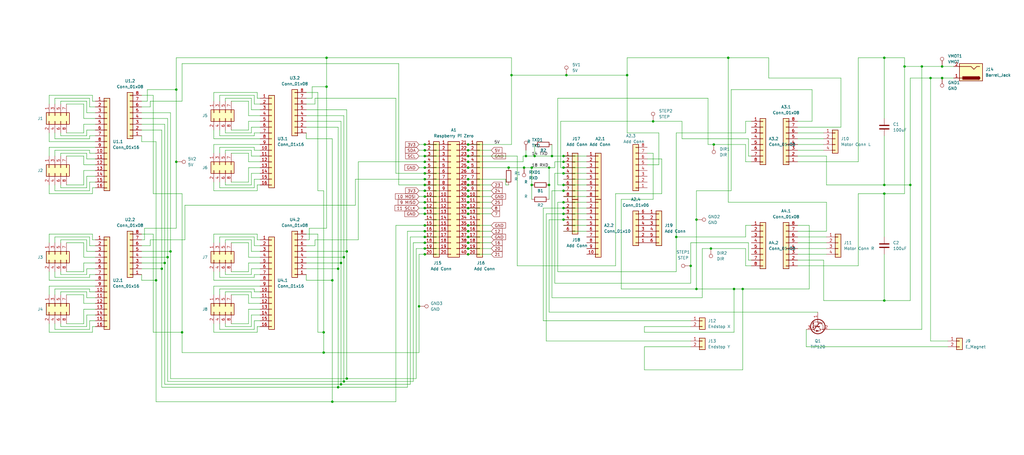
<source format=kicad_sch>
(kicad_sch (version 20211123) (generator eeschema)
  (paper "User" 450.012 200)
  (title_block (title "Automatic Chess PCB") (date "2025-04-09") (rev "1.0") (company "Gymnasium Dresden-Plauen") (comment 1 "Author: Felix Wittwer"))
  (junction (at 306.07 96.52))
  (junction (at 186.69 88.9))
  (junction (at 241.3 81.28))
  (junction (at 287.02 53.34))
  (junction (at 142.24 154.94))
  (junction (at 186.69 78.74))
  (junction (at 405.13 29.21))
  (junction (at 230.3082 73.66))
  (junction (at 186.69 91.44))
  (junction (at 247.65 88.9))
  (junction (at 205.74 81.28))
  (junction (at 205.74 106.68))
  (junction (at 205.74 109.22))
  (junction (at 247.65 93.98))
  (junction (at 151.13 113.03))
  (junction (at 205.74 78.74))
  (junction (at 205.74 73.66))
  (junction (at 242.57 68.58))
  (junction (at 80.01 146.05))
  (junction (at 388.62 81.28))
  (junction (at 388.62 85.09))
  (junction (at 143.51 25.4))
  (junction (at 320.04 25.4))
  (junction (at 205.74 68.58))
  (junction (at 326.39 127))
  (junction (at 241.3 73.66))
  (junction (at 313.69 63.5))
  (junction (at 186.69 106.68))
  (junction (at 414.02 34.29))
  (junction (at 231.14 68.58))
  (junction (at 152.4 166.37))
  (junction (at 275.59 33.02))
  (junction (at 205.74 63.5))
  (junction (at 205.74 83.82))
  (junction (at 414.02 29.21))
  (junction (at 322.58 127))
  (junction (at 68.58 123.19))
  (junction (at 77.47 71.12))
  (junction (at 186.69 71.12))
  (junction (at 73.66 113.03))
  (junction (at 72.39 115.57))
  (junction (at 186.69 63.5))
  (junction (at 205.74 111.76))
  (junction (at 247.65 76.2))
  (junction (at 186.69 81.28))
  (junction (at 408.94 34.29))
  (junction (at 151.13 167.64))
  (junction (at 74.93 110.49))
  (junction (at 223.52 73.66))
  (junction (at 184.15 134.62))
  (junction (at 312.42 109.22))
  (junction (at 388.62 25.4))
  (junction (at 234.95 68.58))
  (junction (at 247.65 96.52))
  (junction (at 247.65 83.82))
  (junction (at 149.86 168.91))
  (junction (at 148.59 170.18))
  (junction (at 205.74 71.12))
  (junction (at 205.74 66.04))
  (junction (at 186.69 109.22))
  (junction (at 146.05 176.53))
  (junction (at 247.65 81.28))
  (junction (at 247.65 71.12))
  (junction (at 400.05 81.28))
  (junction (at 186.69 83.82))
  (junction (at 397.51 29.21))
  (junction (at 186.69 66.04))
  (junction (at 186.69 111.76))
  (junction (at 186.69 93.98))
  (junction (at 205.74 91.44))
  (junction (at 143.51 38.1))
  (junction (at 186.69 104.14))
  (junction (at 248.92 33.02))
  (junction (at 152.4 110.49))
  (junction (at 186.69 68.58))
  (junction (at 186.69 101.6))
  (junction (at 205.74 93.98))
  (junction (at 303.53 116.84))
  (junction (at 146.05 123.19))
  (junction (at 142.24 146.05))
  (junction (at 205.74 88.9))
  (junction (at 148.59 118.11))
  (junction (at 186.69 99.06))
  (junction (at 306.07 127))
  (junction (at 388.62 132.08))
  (junction (at 186.69 76.2))
  (junction (at 233.68 73.66))
  (junction (at 205.74 86.36))
  (junction (at 186.69 73.66))
  (junction (at 205.74 104.14))
  (junction (at 205.74 101.6))
  (junction (at 77.47 39.37))
  (junction (at 71.12 118.11))
  (junction (at 205.74 99.06))
  (junction (at 149.86 115.57))
  (junction (at 186.69 86.36))
  (junction (at 247.65 73.66))
  (junction (at 247.65 91.44))
  (junction (at 233.68 81.28))
  (junction (at 247.65 68.58))
  (junction (at 297.18 104.14))
  (junction (at 224.79 33.02))
  (wire (pts (xy 110.49 143.51) (xy 110.49 138.43)))
  (wire (pts (xy 241.3 81.28) (xy 241.3 87.63)))
  (wire (pts (xy 205.74 71.12) (xy 229.87 71.12)))
  (wire (pts (xy 287.02 67.31) (xy 287.02 87.63)))
  (wire (pts (xy 41.91 54.61) (xy 36.83 54.61)))
  (wire (pts (xy 68.58 62.23) (xy 68.58 123.19)))
  (wire (pts (xy 149.86 168.91) (xy 180.34 168.91)))
  (wire (pts (xy 303.53 116.84) (xy 303.53 124.46)))
  (wire (pts (xy 186.69 101.6) (xy 193.04 101.6)))
  (wire (pts (xy 186.69 78.74) (xy 193.04 78.74)))
  (wire (pts (xy 138.43 105.41) (xy 138.43 107.95)))
  (wire (pts (xy 36.83 119.38) (xy 29.21 119.38)))
  (wire (pts (xy 388.62 59.69) (xy 388.62 81.28)))
  (wire (pts (xy 110.49 128.27) (xy 110.49 130.81)))
  (wire (pts (xy 143.51 38.1) (xy 143.51 25.4)))
  (wire (pts (xy 182.88 166.37) (xy 182.88 109.22)))
  (wire (pts (xy 41.91 57.15) (xy 38.1 57.15)))
  (wire (pts (xy 215.9 86.36) (xy 205.74 86.36)))
  (wire (pts (xy 138.43 43.18) (xy 138.43 45.72)))
  (wire (pts (xy 96.52 41.91) (xy 111.76 41.91)))
  (wire (pts (xy 93.98 83.82) (xy 93.98 80.01)))
  (wire (pts (xy 109.22 71.12) (xy 114.3 71.12)))
  (wire (pts (xy 303.53 152.4) (xy 283.21 152.4)))
  (wire (pts (xy 21.59 62.23) (xy 21.59 58.42)))
  (wire (pts (xy 109.22 57.15) (xy 101.6 57.15)))
  (wire (pts (xy 137.16 38.1) (xy 137.16 43.18)))
  (wire (pts (xy 205.74 63.5) (xy 224.79 63.5)))
  (wire (pts (xy 38.1 143.51) (xy 38.1 138.43)))
  (wire (pts (xy 322.58 127) (xy 306.07 127)))
  (wire (pts (xy 328.93 68.58) (xy 330.2 68.58)))
  (wire (pts (xy 41.91 105.41) (xy 40.64 105.41)))
  (wire (pts (xy 62.23 118.11) (xy 71.12 118.11)))
  (wire (pts (xy 388.62 25.4) (xy 397.51 25.4)))
  (wire (pts (xy 247.65 81.28) (xy 257.81 81.28)))
  (wire (pts (xy 388.62 85.09) (xy 397.51 85.09)))
  (wire (pts (xy 363.22 101.6) (xy 350.52 101.6)))
  (wire (pts (xy 36.83 129.54) (xy 36.83 133.35)))
  (wire (pts (xy 233.68 73.66) (xy 233.68 81.28)))
  (wire (pts (xy 275.59 33.02) (xy 275.59 25.4)))
  (wire (pts (xy 134.62 115.57) (xy 149.86 115.57)))
  (wire (pts (xy 215.9 83.82) (xy 205.74 83.82)))
  (wire (pts (xy 111.76 127) (xy 111.76 128.27)))
  (wire (pts (xy 186.69 111.76) (xy 193.04 111.76)))
  (wire (pts (xy 245.11 43.18) (xy 245.11 81.28)))
  (wire (pts (xy 96.52 127) (xy 111.76 127)))
  (wire (pts (xy 247.65 73.66) (xy 257.81 73.66)))
  (wire (pts (xy 180.34 104.14) (xy 180.34 168.91)))
  (wire (pts (xy 71.12 57.15) (xy 71.12 118.11)))
  (wire (pts (xy 113.03 81.28) (xy 114.3 81.28)))
  (wire (pts (xy 41.91 120.65) (xy 39.37 120.65)))
  (wire (pts (xy 21.59 123.19) (xy 21.59 119.38)))
  (wire (pts (xy 114.3 110.49) (xy 110.49 110.49)))
  (wire (pts (xy 21.59 68.58) (xy 21.59 64.77)))
  (wire (pts (xy 350.52 109.22) (xy 363.22 109.22)))
  (wire (pts (xy 414.02 34.29) (xy 419.1 34.29)))
  (wire (pts (xy 179.07 101.6) (xy 179.07 170.18)))
  (wire (pts (xy 350.52 60.96) (xy 361.95 60.96)))
  (wire (pts (xy 111.76 45.72) (xy 114.3 45.72)))
  (wire (pts (xy 275.59 58.42) (xy 275.59 33.02)))
  (wire (pts (xy 275.59 58.42) (xy 289.56 58.42)))
  (wire (pts (xy 350.52 116.84) (xy 377.19 116.84)))
  (wire (pts (xy 312.42 109.22) (xy 327.66 109.22)))
  (wire (pts (xy 233.68 81.28) (xy 233.68 87.63)))
  (wire (pts (xy 397.51 85.09) (xy 397.51 29.21)))
  (wire (pts (xy 64.77 39.37) (xy 77.47 39.37)))
  (wire (pts (xy 38.1 130.81) (xy 41.91 130.81)))
  (wire (pts (xy 215.9 93.98) (xy 205.74 93.98)))
  (wire (pts (xy 175.26 27.94) (xy 175.26 81.28)))
  (wire (pts (xy 66.04 44.45) (xy 66.04 46.99)))
  (wire (pts (xy 36.83 58.42) (xy 29.21 58.42)))
  (wire (pts (xy 64.77 39.37) (xy 64.77 44.45)))
  (wire (pts (xy 109.22 67.31) (xy 109.22 71.12)))
  (wire (pts (xy 326.39 127) (xy 322.58 127)))
  (wire (pts (xy 308.61 130.81) (xy 308.61 109.22)))
  (wire (pts (xy 38.1 67.31) (xy 38.1 69.85)))
  (wire (pts (xy 303.53 149.86) (xy 240.03 149.86)))
  (wire (pts (xy 68.58 176.53) (xy 146.05 176.53)))
  (wire (pts (xy 377.19 25.4) (xy 388.62 25.4)))
  (wire (pts (xy 242.57 83.82) (xy 242.57 130.81)))
  (wire (pts (xy 114.3 58.42) (xy 111.76 58.42)))
  (wire (pts (xy 139.7 102.87) (xy 134.62 102.87)))
  (wire (pts (xy 21.59 125.73) (xy 41.91 125.73)))
  (wire (pts (xy 36.83 45.72) (xy 29.21 45.72)))
  (wire (pts (xy 328.93 60.96) (xy 328.93 68.58)))
  (wire (pts (xy 36.83 113.03) (xy 36.83 106.68)))
  (wire (pts (xy 99.06 143.51) (xy 99.06 142.24)))
  (wire (pts (xy 327.66 63.5) (xy 313.69 63.5)))
  (wire (pts (xy 113.03 83.82) (xy 113.03 81.28)))
  (wire (pts (xy 231.14 68.58) (xy 234.95 68.58)))
  (wire (pts (xy 142.24 154.94) (xy 80.01 154.94)))
  (wire (pts (xy 24.13 144.78) (xy 39.37 144.78)))
  (wire (pts (xy 184.15 111.76) (xy 186.69 111.76)))
  (wire (pts (xy 74.93 110.49) (xy 74.93 166.37)))
  (wire (pts (xy 21.59 102.87) (xy 21.59 106.68)))
  (wire (pts (xy 240.03 149.86) (xy 240.03 93.98)))
  (wire (pts (xy 180.34 104.14) (xy 186.69 104.14)))
  (wire (pts (xy 246.38 53.34) (xy 246.38 73.66)))
  (wire (pts (xy 224.79 33.02) (xy 224.79 25.4)))
  (wire (pts (xy 110.49 118.11) (xy 110.49 120.65)))
  (wire (pts (xy 181.61 106.68) (xy 181.61 167.64)))
  (wire (pts (xy 40.64 41.91) (xy 21.59 41.91)))
  (wire (pts (xy 21.59 64.77) (xy 41.91 64.77)))
  (wire (pts (xy 110.49 120.65) (xy 99.06 120.65)))
  (wire (pts (xy 311.15 63.5) (xy 311.15 43.18)))
  (wire (pts (xy 328.93 114.3) (xy 330.2 114.3)))
  (wire (pts (xy 320.04 88.9) (xy 320.04 25.4)))
  (wire (pts (xy 337.82 34.29) (xy 369.57 34.29)))
  (wire (pts (xy 247.65 93.98) (xy 257.81 93.98)))
  (wire (pts (xy 67.31 102.87) (xy 67.31 146.05)))
  (wire (pts (xy 74.93 49.53) (xy 74.93 110.49)))
  (wire (pts (xy 62.23 113.03) (xy 73.66 113.03)))
  (wire (pts (xy 113.03 105.41) (xy 113.03 102.87)))
  (wire (pts (xy 40.64 82.55) (xy 41.91 82.55)))
  (wire (pts (xy 320.04 88.9) (xy 363.22 88.9)))
  (wire (pts (xy 247.65 76.2) (xy 257.81 76.2)))
  (wire (pts (xy 93.98 146.05) (xy 93.98 142.24)))
  (wire (pts (xy 247.65 88.9) (xy 257.81 88.9)))
  (wire (pts (xy 26.67 105.41) (xy 26.67 106.68)))
  (wire (pts (xy 327.66 109.22) (xy 327.66 116.84)))
  (wire (pts (xy 193.04 88.9) (xy 186.69 88.9)))
  (wire (pts (xy 21.59 85.09) (xy 21.59 81.28)))
  (wire (pts (xy 138.43 107.95) (xy 134.62 107.95)))
  (wire (pts (xy 109.22 50.8) (xy 109.22 44.45)))
  (wire (pts (xy 38.1 69.85) (xy 41.91 69.85)))
  (wire (pts (xy 99.06 105.41) (xy 99.06 106.68)))
  (wire (pts (xy 41.91 123.19) (xy 21.59 123.19)))
  (wire (pts (xy 306.07 83.82) (xy 321.31 83.82)))
  (wire (pts (xy 110.49 130.81) (xy 114.3 130.81)))
  (wire (pts (xy 247.65 83.82) (xy 257.81 83.82)))
  (wire (pts (xy 38.1 128.27) (xy 38.1 130.81)))
  (wire (pts (xy 173.99 76.2) (xy 186.69 76.2)))
  (wire (pts (xy 111.76 66.04) (xy 114.3 66.04)))
  (wire (pts (xy 109.22 119.38) (xy 101.6 119.38)))
  (wire (pts (xy 193.04 86.36) (xy 186.69 86.36)))
  (wire (pts (xy 24.13 45.72) (xy 24.13 43.18)))
  (wire (pts (xy 247.65 101.6) (xy 257.81 101.6)))
  (wire (pts (xy 287.02 87.63) (xy 273.05 87.63)))
  (wire (pts (xy 40.64 105.41) (xy 40.64 102.87)))
  (wire (pts (xy 111.76 140.97) (xy 114.3 140.97)))
  (wire (pts (xy 179.07 101.6) (xy 186.69 101.6)))
  (wire (pts (xy 354.33 144.78) (xy 354.33 152.4)))
  (wire (pts (xy 73.66 113.03) (xy 73.66 167.64)))
  (wire (pts (xy 101.6 67.31) (xy 109.22 67.31)))
  (wire (pts (xy 134.62 50.8) (xy 151.13 50.8)))
  (wire (pts (xy 138.43 45.72) (xy 134.62 45.72)))
  (wire (pts (xy 135.89 105.41) (xy 134.62 105.41)))
  (wire (pts (xy 111.76 41.91) (xy 111.76 45.72)))
  (wire (pts (xy 326.39 162.56) (xy 326.39 127)))
  (wire (pts (xy 26.67 67.31) (xy 38.1 67.31)))
  (wire (pts (xy 110.49 55.88) (xy 110.49 58.42)))
  (wire (pts (xy 247.65 99.06) (xy 257.81 99.06)))
  (wire (pts (xy 361.95 132.08) (xy 388.62 132.08)))
  (wire (pts (xy 327.66 58.42) (xy 297.18 58.42)))
  (wire (pts (xy 354.33 152.4) (xy 416.56 152.4)))
  (wire (pts (xy 142.24 83.82) (xy 142.24 146.05)))
  (wire (pts (xy 39.37 83.82) (xy 39.37 80.01)))
  (wire (pts (xy 327.66 53.34) (xy 330.2 53.34)))
  (wire (pts (xy 321.31 83.82) (xy 321.31 39.37)))
  (wire (pts (xy 68.58 123.19) (xy 68.58 176.53)))
  (wire (pts (xy 205.74 78.74) (xy 222.25 78.74)))
  (wire (pts (xy 184.15 134.62) (xy 184.15 111.76)))
  (wire (pts (xy 93.98 83.82) (xy 113.03 83.82)))
  (wire (pts (xy 350.52 106.68) (xy 363.22 106.68)))
  (wire (pts (xy 350.52 71.12) (xy 377.19 71.12)))
  (wire (pts (xy 245.11 119.38) (xy 297.18 119.38)))
  (wire (pts (xy 303.53 106.68) (xy 303.53 116.84)))
  (wire (pts (xy 361.95 114.3) (xy 361.95 132.08)))
  (wire (pts (xy 328.93 106.68) (xy 328.93 114.3)))
  (wire (pts (xy 139.7 83.82) (xy 142.24 83.82)))
  (wire (pts (xy 62.23 123.19) (xy 68.58 123.19)))
  (wire (pts (xy 62.23 123.19) (xy 62.23 120.65)))
  (wire (pts (xy 139.7 40.64) (xy 139.7 83.82)))
  (wire (pts (xy 327.66 99.06) (xy 330.2 99.06)))
  (wire (pts (xy 320.04 25.4) (xy 337.82 25.4)))
  (wire (pts (xy 26.67 143.51) (xy 26.67 142.24)))
  (wire (pts (xy 63.5 105.41) (xy 62.23 105.41)))
  (wire (pts (xy 156.21 90.17) (xy 81.28 90.17)))
  (wire (pts (xy 26.67 143.51) (xy 38.1 143.51)))
  (wire (pts (xy 67.31 85.09) (xy 80.01 85.09)))
  (wire (pts (xy 243.84 73.66) (xy 243.84 71.12)))
  (wire (pts (xy 41.91 74.93) (xy 36.83 74.93)))
  (wire (pts (xy 363.22 88.9) (xy 363.22 101.6)))
  (wire (pts (xy 229.87 68.58) (xy 231.14 68.58)))
  (wire (pts (xy 139.7 146.05) (xy 142.24 146.05)))
  (wire (pts (xy 111.76 144.78) (xy 111.76 140.97)))
  (wire (pts (xy 193.04 99.06) (xy 186.69 99.06)))
  (wire (pts (xy 111.76 121.92) (xy 96.52 121.92)))
  (wire (pts (xy 38.1 138.43) (xy 41.91 138.43)))
  (wire (pts (xy 224.79 33.02) (xy 248.92 33.02)))
  (wire (pts (xy 67.31 102.87) (xy 62.23 102.87)))
  (wire (pts (xy 248.92 33.02) (xy 275.59 33.02)))
  (wire (pts (xy 303.53 140.97) (xy 238.76 140.97)))
  (wire (pts (xy 186.69 93.98) (xy 184.15 93.98)))
  (wire (pts (xy 109.22 80.01) (xy 101.6 80.01)))
  (wire (pts (xy 114.3 48.26) (xy 110.49 48.26)))
  (wire (pts (xy 38.1 118.11) (xy 38.1 120.65)))
  (wire (pts (xy 245.11 81.28) (xy 247.65 81.28)))
  (wire (pts (xy 186.69 71.12) (xy 157.48 71.12)))
  (wire (pts (xy 110.49 81.28) (xy 110.49 76.2)))
  (wire (pts (xy 224.79 63.5) (xy 224.79 33.02)))
  (wire (pts (xy 29.21 129.54) (xy 36.83 129.54)))
  (wire (pts (xy 215.9 106.68) (xy 205.74 106.68)))
  (wire (pts (xy 110.49 68.58) (xy 114.3 68.58)))
  (wire (pts (xy 114.3 60.96) (xy 93.98 60.96)))
  (wire (pts (xy 369.57 34.29) (xy 369.57 55.88)))
  (wire (pts (xy 134.62 123.19) (xy 134.62 120.65)))
  (wire (pts (xy 96.52 142.24) (xy 96.52 144.78)))
  (wire (pts (xy 109.22 133.35) (xy 114.3 133.35)))
  (wire (pts (xy 113.03 40.64) (xy 93.98 40.64)))
  (wire (pts (xy 109.22 53.34) (xy 109.22 57.15)))
  (wire (pts (xy 26.67 119.38) (xy 26.67 120.65)))
  (wire (pts (xy 39.37 120.65) (xy 39.37 121.92)))
  (wire (pts (xy 36.83 72.39) (xy 41.91 72.39)))
  (wire (pts (xy 321.31 39.37) (xy 356.87 39.37)))
  (wire (pts (xy 303.53 106.68) (xy 328.93 106.68)))
  (wire (pts (xy 93.98 146.05) (xy 113.03 146.05)))
  (wire (pts (xy 397.51 29.21) (xy 405.13 29.21)))
  (wire (pts (xy 186.69 96.52) (xy 193.04 96.52)))
  (wire (pts (xy 24.13 142.24) (xy 24.13 144.78)))
  (wire (pts (xy 388.62 81.28) (xy 400.05 81.28)))
  (wire (pts (xy 111.76 64.77) (xy 111.76 66.04)))
  (wire (pts (xy 111.76 78.74) (xy 114.3 78.74)))
  (wire (pts (xy 109.22 113.03) (xy 109.22 106.68)))
  (wire (pts (xy 186.69 68.58) (xy 184.15 68.58)))
  (wire (pts (xy 247.65 96.52) (xy 257.81 96.52)))
  (wire (pts (xy 408.94 34.29) (xy 408.94 149.86)))
  (wire (pts (xy 114.3 135.89) (xy 109.22 135.89)))
  (wire (pts (xy 350.52 63.5) (xy 361.95 63.5)))
  (wire (pts (xy 215.9 99.06) (xy 205.74 99.06)))
  (wire (pts (xy 99.06 128.27) (xy 99.06 129.54)))
  (wire (pts (xy 26.67 128.27) (xy 38.1 128.27)))
  (wire (pts (xy 182.88 109.22) (xy 186.69 109.22)))
  (wire (pts (xy 270.51 85.09) (xy 290.83 85.09)))
  (wire (pts (xy 186.69 104.14) (xy 193.04 104.14)))
  (wire (pts (xy 157.48 71.12) (xy 157.48 105.41)))
  (wire (pts (xy 39.37 104.14) (xy 39.37 107.95)))
  (wire (pts (xy 173.99 99.06) (xy 173.99 176.53)))
  (wire (pts (xy 24.13 81.28) (xy 24.13 83.82)))
  (wire (pts (xy 96.52 67.31) (xy 96.52 64.77)))
  (wire (pts (xy 146.05 60.96) (xy 146.05 123.19)))
  (wire (pts (xy 26.67 128.27) (xy 26.67 129.54)))
  (wire (pts (xy 233.68 73.66) (xy 241.3 73.66)))
  (wire (pts (xy 327.66 71.12) (xy 330.2 71.12)))
  (wire (pts (xy 193.04 68.58) (xy 186.69 68.58)))
  (wire (pts (xy 36.83 54.61) (xy 36.83 58.42)))
  (wire (pts (xy 39.37 128.27) (xy 41.91 128.27)))
  (wire (pts (xy 414.02 29.21) (xy 419.1 29.21)))
  (wire (pts (xy 238.76 140.97) (xy 238.76 91.44)))
  (wire (pts (xy 152.4 110.49) (xy 152.4 166.37)))
  (wire (pts (xy 109.22 115.57) (xy 109.22 119.38)))
  (wire (pts (xy 63.5 100.33) (xy 77.47 100.33)))
  (wire (pts (xy 81.28 90.17) (xy 81.28 105.41)))
  (wire (pts (xy 356.87 39.37) (xy 356.87 53.34)))
  (wire (pts (xy 400.05 132.08) (xy 400.05 81.28)))
  (wire (pts (xy 186.69 99.06) (xy 173.99 99.06)))
  (wire (pts (xy 99.06 43.18) (xy 99.06 44.45)))
  (wire (pts (xy 39.37 140.97) (xy 41.91 140.97)))
  (wire (pts (xy 99.06 81.28) (xy 99.06 80.01)))
  (wire (pts (xy 39.37 43.18) (xy 39.37 46.99)))
  (wire (pts (xy 26.67 58.42) (xy 26.67 59.69)))
  (wire (pts (xy 134.62 123.19) (xy 146.05 123.19)))
  (wire (pts (xy 21.59 85.09) (xy 40.64 85.09)))
  (wire (pts (xy 322.58 146.05) (xy 322.58 127)))
  (wire (pts (xy 186.69 109.22) (xy 193.04 109.22)))
  (wire (pts (xy 377.19 85.09) (xy 388.62 85.09)))
  (wire (pts (xy 142.24 154.94) (xy 184.15 154.94)))
  (wire (pts (xy 62.23 54.61) (xy 72.39 54.61)))
  (wire (pts (xy 24.13 83.82) (xy 39.37 83.82)))
  (wire (pts (xy 215.9 104.14) (xy 205.74 104.14)))
  (wire (pts (xy 283.21 152.4) (xy 283.21 162.56)))
  (wire (pts (xy 297.18 119.38) (xy 297.18 104.14)))
  (wire (pts (xy 93.98 63.5) (xy 114.3 63.5)))
  (wire (pts (xy 350.52 111.76) (xy 363.22 111.76)))
  (wire (pts (xy 109.22 73.66) (xy 109.22 80.01)))
  (wire (pts (xy 134.62 60.96) (xy 134.62 58.42)))
  (wire (pts (xy 41.91 49.53) (xy 38.1 49.53)))
  (wire (pts (xy 114.3 118.11) (xy 110.49 118.11)))
  (wire (pts (xy 93.98 102.87) (xy 93.98 106.68)))
  (wire (pts (xy 355.6 127) (xy 355.6 99.06)))
  (wire (pts (xy 72.39 168.91) (xy 149.86 168.91)))
  (wire (pts (xy 110.49 43.18) (xy 99.06 43.18)))
  (wire (pts (xy 273.05 87.63) (xy 273.05 127)))
  (wire (pts (xy 41.91 115.57) (xy 36.83 115.57)))
  (wire (pts (xy 72.39 54.61) (xy 72.39 115.57)))
  (wire (pts (xy 289.56 58.42) (xy 289.56 72.39)))
  (wire (pts (xy 146.05 123.19) (xy 146.05 176.53)))
  (wire (pts (xy 247.65 71.12) (xy 257.81 71.12)))
  (wire (pts (xy 148.59 55.88) (xy 148.59 118.11)))
  (wire (pts (xy 77.47 25.4) (xy 143.51 25.4)))
  (wire (pts (xy 110.49 58.42) (xy 99.06 58.42)))
  (wire (pts (xy 111.76 104.14) (xy 111.76 107.95)))
  (wire (pts (xy 290.83 85.09) (xy 290.83 69.85)))
  (wire (pts (xy 26.67 82.55) (xy 38.1 82.55)))
  (wire (pts (xy 38.1 44.45) (xy 26.67 44.45)))
  (wire (pts (xy 388.62 111.76) (xy 388.62 132.08)))
  (wire (pts (xy 388.62 85.09) (xy 388.62 104.14)))
  (wire (pts (xy 40.64 44.45) (xy 40.64 41.91)))
  (wire (pts (xy 111.76 120.65) (xy 111.76 121.92)))
  (wire (pts (xy 243.84 76.2) (xy 247.65 76.2)))
  (wire (pts (xy 67.31 41.91) (xy 67.31 85.09)))
  (wire (pts (xy 320.04 25.4) (xy 275.59 25.4)))
  (wire (pts (xy 355.6 99.06) (xy 350.52 99.06)))
  (wire (pts (xy 66.04 107.95) (xy 62.23 107.95)))
  (wire (pts (xy 114.3 43.18) (xy 113.03 43.18)))
  (wire (pts (xy 36.83 115.57) (xy 36.83 119.38)))
  (wire (pts (xy 39.37 67.31) (xy 41.91 67.31)))
  (wire (pts (xy 38.1 110.49) (xy 38.1 105.41)))
  (wire (pts (xy 40.64 85.09) (xy 40.64 82.55)))
  (wire (pts (xy 36.83 142.24) (xy 29.21 142.24)))
  (wire (pts (xy 303.53 124.46) (xy 243.84 124.46)))
  (wire (pts (xy 41.91 44.45) (xy 40.64 44.45)))
  (wire (pts (xy 114.3 123.19) (xy 93.98 123.19)))
  (wire (pts (xy 73.66 167.64) (xy 151.13 167.64)))
  (wire (pts (xy 186.69 91.44) (xy 184.15 91.44)))
  (wire (pts (xy 99.06 66.04) (xy 99.06 67.31)))
  (wire (pts (xy 283.21 143.51) (xy 283.21 146.05)))
  (wire (pts (xy 99.06 81.28) (xy 110.49 81.28)))
  (wire (pts (xy 38.1 82.55) (xy 38.1 77.47)))
  (wire (pts (xy 21.59 146.05) (xy 21.59 142.24)))
  (wire (pts (xy 96.52 80.01) (xy 96.52 82.55)))
  (wire (pts (xy 193.04 71.12) (xy 186.69 71.12)))
  (wire (pts (xy 36.83 52.07) (xy 36.83 45.72)))
  (wire (pts (xy 234.95 68.58) (xy 242.57 68.58)))
  (wire (pts (xy 151.13 50.8) (xy 151.13 113.03)))
  (wire (pts (xy 184.15 154.94) (xy 184.15 134.62)))
  (wire (pts (xy 109.22 129.54) (xy 109.22 133.35)))
  (wire (pts (xy 356.87 53.34) (xy 350.52 53.34)))
  (wire (pts (xy 242.57 68.58) (xy 247.65 68.58)))
  (wire (pts (xy 77.47 71.12) (xy 77.47 39.37)))
  (wire (pts (xy 134.62 60.96) (xy 146.05 60.96)))
  (wire (pts (xy 134.62 55.88) (xy 148.59 55.88)))
  (wire (pts (xy 96.52 57.15) (xy 96.52 59.69)))
  (wire (pts (xy 231.14 66.04) (xy 231.14 68.58)))
  (wire (pts (xy 363.22 81.28) (xy 388.62 81.28)))
  (wire (pts (xy 181.61 106.68) (xy 186.69 106.68)))
  (wire (pts (xy 36.83 74.93) (xy 36.83 81.28)))
  (wire (pts (xy 77.47 100.33) (xy 77.47 71.12)))
  (wire (pts (xy 308.61 109.22) (xy 312.42 109.22)))
  (wire (pts (xy 139.7 146.05) (xy 139.7 102.87)))
  (wire (pts (xy 114.3 55.88) (xy 110.49 55.88)))
  (wire (pts (xy 222.25 81.28) (xy 223.52 81.28)))
  (wire (pts (xy 114.3 53.34) (xy 109.22 53.34)))
  (wire (pts (xy 21.59 146.05) (xy 40.64 146.05)))
  (wire (pts (xy 93.98 129.54) (xy 93.98 125.73)))
  (wire (pts (xy 134.62 110.49) (xy 152.4 110.49)))
  (wire (pts (xy 99.06 143.51) (xy 110.49 143.51)))
  (wire (pts (xy 186.69 83.82) (xy 184.15 83.82)))
  (wire (pts (xy 287.02 53.34) (xy 246.38 53.34)))
  (wire (pts (xy 246.38 73.66) (xy 247.65 73.66)))
  (wire (pts (xy 215.9 66.04) (xy 205.74 66.04)))
  (wire (pts (xy 350.52 68.58) (xy 363.22 68.58)))
  (wire (pts (xy 306.07 127) (xy 273.05 127)))
  (wire (pts (xy 283.21 146.05) (xy 322.58 146.05)))
  (wire (pts (xy 299.72 60.96) (xy 328.93 60.96)))
  (wire (pts (xy 193.04 83.82) (xy 186.69 83.82)))
  (wire (pts (xy 215.9 111.76) (xy 205.74 111.76)))
  (wire (pts (xy 142.24 146.05) (xy 142.24 154.94)))
  (wire (pts (xy 38.1 77.47) (xy 41.91 77.47)))
  (wire (pts (xy 38.1 57.15) (xy 38.1 59.69)))
  (wire (pts (xy 110.49 76.2) (xy 114.3 76.2)))
  (wire (pts (xy 175.26 81.28) (xy 186.69 81.28)))
  (wire (pts (xy 111.76 107.95) (xy 114.3 107.95)))
  (wire (pts (xy 111.76 58.42) (xy 111.76 59.69)))
  (wire (pts (xy 327.66 116.84) (xy 330.2 116.84)))
  (wire (pts (xy 388.62 25.4) (xy 388.62 52.07)))
  (wire (pts (xy 36.83 81.28) (xy 29.21 81.28)))
  (wire (pts (xy 152.4 48.26) (xy 152.4 110.49)))
  (wire (pts (xy 327.66 104.14) (xy 327.66 99.06)))
  (wire (pts (xy 99.06 128.27) (xy 110.49 128.27)))
  (wire (pts (xy 110.49 66.04) (xy 110.49 68.58)))
  (wire (pts (xy 238.76 91.44) (xy 247.65 91.44)))
  (wire (pts (xy 113.03 102.87) (xy 93.98 102.87)))
  (wire (pts (xy 62.23 49.53) (xy 74.93 49.53)))
  (wire (pts (xy 39.37 60.96) (xy 24.13 60.96)))
  (wire (pts (xy 80.01 85.09) (xy 80.01 146.05)))
  (wire (pts (xy 222.25 78.74) (xy 222.25 81.28)))
  (wire (pts (xy 135.89 100.33) (xy 135.89 105.41)))
  (wire (pts (xy 215.9 88.9) (xy 205.74 88.9)))
  (wire (pts (xy 193.04 66.04) (xy 186.69 66.04)))
  (wire (pts (xy 283.21 162.56) (xy 326.39 162.56)))
  (wire (pts (xy 241.3 73.66) (xy 243.84 73.66)))
  (wire (pts (xy 114.3 73.66) (xy 109.22 73.66)))
  (wire (pts (xy 39.37 80.01) (xy 41.91 80.01)))
  (wire (pts (xy 313.69 63.5) (xy 311.15 63.5)))
  (wire (pts (xy 215.9 101.6) (xy 205.74 101.6)))
  (wire (pts (xy 114.3 105.41) (xy 113.03 105.41)))
  (wire (pts (xy 38.1 105.41) (xy 26.67 105.41)))
  (wire (pts (xy 64.77 44.45) (xy 62.23 44.45)))
  (wire (pts (xy 241.3 96.52) (xy 247.65 96.52)))
  (wire (pts (xy 290.83 69.85) (xy 284.48 69.85)))
  (wire (pts (xy 284.48 67.31) (xy 287.02 67.31)))
  (wire (pts (xy 242.57 63.5) (xy 242.57 68.58)))
  (wire (pts (xy 62.23 62.23) (xy 68.58 62.23)))
  (wire (pts (xy 299.72 53.34) (xy 287.02 53.34)))
  (wire (pts (xy 41.91 113.03) (xy 36.83 113.03)))
  (wire (pts (xy 96.52 82.55) (xy 111.76 82.55)))
  (wire (pts (xy 110.49 138.43) (xy 114.3 138.43)))
  (wire (pts (xy 137.16 43.18) (xy 134.62 43.18)))
  (wire (pts (xy 243.84 71.12) (xy 247.65 71.12)))
  (wire (pts (xy 93.98 125.73) (xy 114.3 125.73)))
  (wire (pts (xy 110.49 105.41) (xy 99.06 105.41)))
  (wire (pts (xy 96.52 104.14) (xy 111.76 104.14)))
  (wire (pts (xy 39.37 127) (xy 39.37 128.27)))
  (wire (pts (xy 241.3 137.16) (xy 359.41 137.16)))
  (wire (pts (xy 36.83 68.58) (xy 36.83 72.39)))
  (wire (pts (xy 93.98 40.64) (xy 93.98 44.45)))
  (wire (pts (xy 111.76 128.27) (xy 114.3 128.27)))
  (wire (pts (xy 109.22 142.24) (xy 101.6 142.24)))
  (wire (pts (xy 247.65 78.74) (xy 257.81 78.74)))
  (wire (pts (xy 74.93 166.37) (xy 152.4 166.37)))
  (wire (pts (xy 408.94 34.29) (xy 414.02 34.29)))
  (wire (pts (xy 230.3082 73.66) (xy 233.68 73.66)))
  (wire (pts (xy 39.37 107.95) (xy 41.91 107.95)))
  (wire (pts (xy 327.66 58.42) (xy 327.66 53.34)))
  (wire (pts (xy 39.37 144.78) (xy 39.37 140.97)))
  (wire (pts (xy 96.52 129.54) (xy 96.52 127)))
  (wire (pts (xy 80.01 146.05) (xy 67.31 146.05)))
  (wire (pts (xy 109.22 44.45) (xy 101.6 44.45)))
  (wire (pts (xy 72.39 115.57) (xy 72.39 168.91)))
  (wire (pts (xy 24.13 127) (xy 39.37 127)))
  (wire (pts (xy 156.21 78.74) (xy 156.21 90.17)))
  (wire (pts (xy 270.51 116.84) (xy 227.33 116.84)))
  (wire (pts (xy 66.04 46.99) (xy 62.23 46.99)))
  (wire (pts (xy 80.01 27.94) (xy 175.26 27.94)))
  (wire (pts (xy 29.21 68.58) (xy 36.83 68.58)))
  (wire (pts (xy 364.49 144.78) (xy 405.13 144.78)))
  (wire (pts (xy 21.59 41.91) (xy 21.59 45.72)))
  (wire (pts (xy 93.98 67.31) (xy 93.98 63.5)))
  (wire (pts (xy 186.69 66.04) (xy 184.15 66.04)))
  (wire (pts (xy 96.52 144.78) (xy 111.76 144.78)))
  (wire (pts (xy 337.82 25.4) (xy 337.82 34.29)))
  (wire (pts (xy 96.52 64.77) (xy 111.76 64.77)))
  (wire (pts (xy 66.04 105.41) (xy 81.28 105.41)))
  (wire (pts (xy 205.74 68.58) (xy 227.33 68.58)))
  (wire (pts (xy 24.13 66.04) (xy 39.37 66.04)))
  (wire (pts (xy 227.33 116.84) (xy 227.33 68.58)))
  (wire (pts (xy 138.43 105.41) (xy 157.48 105.41)))
  (wire (pts (xy 350.52 66.04) (xy 361.95 66.04)))
  (wire (pts (xy 24.13 58.42) (xy 24.13 60.96)))
  (wire (pts (xy 186.69 81.28) (xy 193.04 81.28)))
  (wire (pts (xy 289.56 72.39) (xy 284.48 72.39)))
  (wire (pts (xy 99.06 66.04) (xy 110.49 66.04)))
  (wire (pts (xy 193.04 63.5) (xy 186.69 63.5)))
  (wire (pts (xy 148.59 170.18) (xy 179.07 170.18)))
  (wire (pts (xy 39.37 66.04) (xy 39.37 67.31)))
  (wire (pts (xy 114.3 120.65) (xy 111.76 120.65)))
  (wire (pts (xy 215.9 91.44) (xy 205.74 91.44)))
  (wire (pts (xy 36.83 133.35) (xy 41.91 133.35)))
  (wire (pts (xy 400.05 34.29) (xy 408.94 34.29)))
  (wire (pts (xy 143.51 25.4) (xy 224.79 25.4)))
  (wire (pts (xy 99.06 57.15) (xy 99.06 58.42)))
  (wire (pts (xy 377.19 116.84) (xy 377.19 85.09)))
  (wire (pts (xy 241.3 73.66) (xy 241.3 81.28)))
  (wire (pts (xy 306.07 96.52) (xy 306.07 127)))
  (wire (pts (xy 62.23 57.15) (xy 71.12 57.15)))
  (wire (pts (xy 93.98 123.19) (xy 93.98 119.38)))
  (wire (pts (xy 114.3 115.57) (xy 109.22 115.57)))
  (wire (pts (xy 234.95 63.5) (xy 234.95 68.58)))
  (wire (pts (xy 193.04 93.98) (xy 186.69 93.98)))
  (wire (pts (xy 71.12 118.11) (xy 71.12 170.18)))
  (wire (pts (xy 62.23 62.23) (xy 62.23 59.69)))
  (wire (pts (xy 36.83 106.68) (xy 29.21 106.68)))
  (wire (pts (xy 149.86 115.57) (xy 149.86 168.91)))
  (wire (pts (xy 24.13 119.38) (xy 24.13 121.92)))
  (wire (pts (xy 62.23 52.07) (xy 73.66 52.07)))
  (wire (pts (xy 363.22 68.58) (xy 363.22 81.28)))
  (wire (pts (xy 186.69 86.36) (xy 184.15 86.36)))
  (wire (pts (xy 215.9 81.28) (xy 205.74 81.28)))
  (wire (pts (xy 299.72 60.96) (xy 299.72 53.34)))
  (wire (pts (xy 110.49 110.49) (xy 110.49 105.41)))
  (wire (pts (xy 40.64 146.05) (xy 40.64 143.51)))
  (wire (pts (xy 96.52 119.38) (xy 96.52 121.92)))
  (wire (pts (xy 241.3 96.52) (xy 241.3 137.16)))
  (wire (pts (xy 134.62 53.34) (xy 149.86 53.34)))
  (wire (pts (xy 36.83 135.89) (xy 36.83 142.24)))
  (wire (pts (xy 114.3 50.8) (xy 109.22 50.8)))
  (wire (pts (xy 205.74 73.66) (xy 223.52 73.66)))
  (wire (pts (xy 111.76 59.69) (xy 96.52 59.69)))
  (wire (pts (xy 149.86 53.34) (xy 149.86 115.57)))
  (wire (pts (xy 109.22 106.68) (xy 101.6 106.68)))
  (wire (pts (xy 24.13 129.54) (xy 24.13 127)))
  (wire (pts (xy 215.9 109.22) (xy 205.74 109.22)))
  (wire (pts (xy 242.57 130.81) (xy 308.61 130.81)))
  (wire (pts (xy 350.52 114.3) (xy 361.95 114.3)))
  (wire (pts (xy 193.04 73.66) (xy 186.69 73.66)))
  (wire (pts (xy 229.87 71.12) (xy 229.87 68.58)))
  (wire (pts (xy 193.04 91.44) (xy 186.69 91.44)))
  (wire (pts (xy 405.13 144.78) (xy 405.13 29.21)))
  (wire (pts (xy 24.13 106.68) (xy 24.13 104.14)))
  (wire (pts (xy 151.13 167.64) (xy 181.61 167.64)))
  (wire (pts (xy 62.23 41.91) (xy 67.31 41.91)))
  (wire (pts (xy 24.13 104.14) (xy 39.37 104.14)))
  (wire (pts (xy 39.37 121.92) (xy 24.13 121.92)))
  (wire (pts (xy 327.66 63.5) (xy 327.66 71.12)))
  (wire (pts (xy 243.84 124.46) (xy 243.84 76.2)))
  (wire (pts (xy 41.91 135.89) (xy 36.83 135.89)))
  (wire (pts (xy 113.03 43.18) (xy 113.03 40.64)))
  (wire (pts (xy 26.67 67.31) (xy 26.67 68.58)))
  (wire (pts (xy 186.69 88.9) (xy 184.15 88.9)))
  (wire (pts (xy 247.65 68.58) (xy 257.81 68.58)))
  (wire (pts (xy 405.13 29.21) (xy 414.02 29.21)))
  (wire (pts (xy 41.91 59.69) (xy 39.37 59.69)))
  (wire (pts (xy 148.59 118.11) (xy 148.59 170.18)))
  (wire (pts (xy 186.69 106.68) (xy 193.04 106.68)))
  (wire (pts (xy 110.49 48.26) (xy 110.49 43.18)))
  (wire (pts (xy 270.51 85.09) (xy 270.51 116.84)))
  (wire (pts (xy 186.69 63.5) (xy 184.15 63.5)))
  (wire (pts (xy 350.52 58.42) (xy 361.95 58.42)))
  (wire (pts (xy 240.03 93.98) (xy 247.65 93.98)))
  (wire (pts (xy 326.39 127) (xy 355.6 127)))
  (wire (pts (xy 96.52 44.45) (xy 96.52 41.91)))
  (wire (pts (xy 146.05 176.53) (xy 173.99 176.53)))
  (wire (pts (xy 135.89 100.33) (xy 143.51 100.33)))
  (wire (pts (xy 297.18 58.42) (xy 297.18 104.14)))
  (wire (pts (xy 39.37 46.99) (xy 41.91 46.99)))
  (wire (pts (xy 99.06 119.38) (xy 99.06 120.65)))
  (wire (pts (xy 24.13 43.18) (xy 39.37 43.18)))
  (wire (pts (xy 66.04 44.45) (xy 80.01 44.45)))
  (wire (pts (xy 26.67 82.55) (xy 26.67 81.28)))
  (wire (pts (xy 134.62 118.11) (xy 148.59 118.11)))
  (wire (pts (xy 186.69 76.2) (xy 193.04 76.2)))
  (wire (pts (xy 113.03 143.51) (xy 114.3 143.51)))
  (wire (pts (xy 71.12 170.18) (xy 148.59 170.18)))
  (wire (pts (xy 38.1 49.53) (xy 38.1 44.45)))
  (wire (pts (xy 134.62 113.03) (xy 151.13 113.03)))
  (wire (pts (xy 24.13 68.58) (xy 24.13 66.04)))
  (wire (pts (xy 40.64 102.87) (xy 21.59 102.87)))
  (wire (pts (xy 173.99 43.18) (xy 173.99 76.2)))
  (wire (pts (xy 138.43 43.18) (xy 173.99 43.18)))
  (wire (pts (xy 247.65 91.44) (xy 257.81 91.44)))
  (wire (pts (xy 377.19 71.12) (xy 377.19 25.4)))
  (wire (pts (xy 77.47 39.37) (xy 77.47 25.4)))
  (wire (pts (xy 38.1 120.65) (xy 26.67 120.65)))
  (wire (pts (xy 26.67 44.45) (xy 26.67 45.72)))
  (wire (pts (xy 111.76 82.55) (xy 111.76 78.74)))
  (wire (pts (xy 62.23 115.57) (xy 72.39 115.57)))
  (wire (pts (xy 41.91 52.07) (xy 36.83 52.07)))
  (wire (pts (xy 242.57 83.82) (xy 247.65 83.82)))
  (wire (pts (xy 223.52 73.66) (xy 230.3082 73.66)))
  (wire (pts (xy 93.98 60.96) (xy 93.98 57.15)))
  (wire (pts (xy 63.5 100.33) (xy 63.5 105.41)))
  (wire (pts (xy 369.57 55.88) (xy 350.52 55.88)))
  (wire (pts (xy 134.62 48.26) (xy 152.4 48.26)))
  (wire (pts (xy 416.56 149.86) (xy 408.94 149.86)))
  (wire (pts (xy 114.3 113.03) (xy 109.22 113.03)))
  (wire (pts (xy 137.16 38.1) (xy 143.51 38.1)))
  (wire (pts (xy 400.05 34.29) (xy 400.05 81.28)))
  (wire (pts (xy 109.22 135.89) (xy 109.22 142.24)))
  (wire (pts (xy 113.03 146.05) (xy 113.03 143.51)))
  (wire (pts (xy 96.52 106.68) (xy 96.52 104.14)))
  (wire (pts (xy 40.64 143.51) (xy 41.91 143.51)))
  (wire (pts (xy 247.65 86.36) (xy 257.81 86.36)))
  (wire (pts (xy 21.59 129.54) (xy 21.59 125.73)))
  (wire (pts (xy 245.11 88.9) (xy 245.11 119.38)))
  (wire (pts (xy 101.6 129.54) (xy 109.22 129.54)))
  (wire (pts (xy 388.62 132.08) (xy 400.05 132.08)))
  (wire (pts (xy 350.52 104.14) (xy 363.22 104.14)))
  (wire (pts (xy 311.15 43.18) (xy 245.11 43.18)))
  (wire (pts (xy 80.01 154.94) (xy 80.01 146.05)))
  (wire (pts (xy 80.01 44.45) (xy 80.01 27.94)))
  (wire (pts (xy 297.18 104.14) (xy 327.66 104.14)))
  (wire (pts (xy 62.23 110.49) (xy 74.93 110.49)))
  (wire (pts (xy 303.53 143.51) (xy 283.21 143.51)))
  (wire (pts (xy 38.1 59.69) (xy 26.67 59.69)))
  (wire (pts (xy 143.51 100.33) (xy 143.51 38.1)))
  (wire (pts (xy 245.11 88.9) (xy 247.65 88.9)))
  (wire (pts (xy 73.66 52.07) (xy 73.66 113.03)))
  (wire (pts (xy 41.91 118.11) (xy 38.1 118.11)))
  (wire (pts (xy 41.91 110.49) (xy 38.1 110.49)))
  (wire (pts (xy 134.62 40.64) (xy 139.7 40.64)))
  (wire (pts (xy 152.4 166.37) (xy 182.88 166.37)))
  (wire (pts (xy 306.07 83.82) (xy 306.07 96.52)))
  (wire (pts (xy 66.04 105.41) (xy 66.04 107.95)))
  (wire (pts (xy 41.91 62.23) (xy 21.59 62.23)))
  (wire (pts (xy 156.21 78.74) (xy 186.69 78.74)))
  (wire (pts (xy 151.13 113.03) (xy 151.13 167.64)))
  (wire (pts (xy 39.37 59.69) (xy 39.37 60.96)))
  (wire (pts (xy 397.51 29.21) (xy 397.51 25.4)))
  (wire (pts (xy 186.69 73.66) (xy 184.15 73.66)))
  (label "14 TXD" (at 233.68 68.58 0))
  (label "5V" (at 217.17 63.5 0))
  (label "18 RXD" (at 233.68 73.66 0))
  (global_label "24" (shape input) (at 215.9 83.82 0) (property "Intersheet References" "${INTERSHEET_REFS}" (effects hide)))
  (global_label "3V3" (shape input) (at 184.15 83.82 180) (property "Intersheet References" "${INTERSHEET_REFS}" (effects hide)))
  (global_label "SCL" (shape input) (at 184.15 68.58 180) (property "Intersheet References" "${INTERSHEET_REFS}" (effects hide)))
  (global_label "10 MOSI" (shape input) (at 184.15 86.36 180) (property "Intersheet References" "${INTERSHEET_REFS}" (effects hide)))
  (global_label "21" (shape input) (at 215.9 111.76 0) (property "Intersheet References" "${INTERSHEET_REFS}" (effects hide)))
  (global_label "16" (shape input) (at 215.9 106.68 0) (property "Intersheet References" "${INTERSHEET_REFS}" (effects hide)))
  (global_label "9 MISO" (shape input) (at 184.15 88.9 180) (property "Intersheet References" "${INTERSHEET_REFS}" (effects hide)))
  (global_label "GND" (shape input) (at 184.15 73.66 180) (property "Intersheet References" "${INTERSHEET_REFS}" (effects hide)))
  (global_label "7" (shape input) (at 215.9 93.98 0) (property "Intersheet References" "${INTERSHEET_REFS}" (effects hide)))
  (global_label "12" (shape input) (at 215.9 101.6 0) (property "Intersheet References" "${INTERSHEET_REFS}" (effects hide)))
  (global_label "5V" (shape input) (at 215.9 66.04 0) (property "Intersheet References" "${INTERSHEET_REFS}" (effects hide)))
  (global_label "3V3" (shape input) (at 184.15 63.5 180) (property "Intersheet References" "${INTERSHEET_REFS}" (effects hide)))
  (global_label "23" (shape input) (at 215.9 81.28 0) (property "Intersheet References" "${INTERSHEET_REFS}" (effects hide)))
  (global_label "SDA" (shape input) (at 184.15 66.04 180) (property "Intersheet References" "${INTERSHEET_REFS}" (effects hide)))
  (global_label "8" (shape input) (at 215.9 91.44 0) (property "Intersheet References" "${INTERSHEET_REFS}" (effects hide)))
  (global_label "GND" (shape input) (at 215.9 104.14 0) (property "Intersheet References" "${INTERSHEET_REFS}" (effects hide)))
  (global_label "GND" (shape input) (at 184.15 93.98 180) (property "Intersheet References" "${INTERSHEET_REFS}" (effects hide)))
  (global_label "25" (shape input) (at 215.9 88.9 0) (property "Intersheet References" "${INTERSHEET_REFS}" (effects hide)))
  (global_label "20" (shape input) (at 215.9 109.22 0) (property "Intersheet References" "${INTERSHEET_REFS}" (effects hide)))
  (global_label "11 SCLK" (shape input) (at 184.15 91.44 180) (property "Intersheet References" "${INTERSHEET_REFS}" (effects hide)))
  (global_label "GND" (shape input) (at 215.9 86.36 0) (property "Intersheet References" "${INTERSHEET_REFS}" (effects hide)))
  (global_label "GND" (shape input) (at 215.9 99.06 0) (property "Intersheet References" "${INTERSHEET_REFS}" (effects hide)))
  (global_label "GND" (shape input) (at 215.9 68.58 0) (property "Intersheet References" "${INTERSHEET_REFS}" (effects hide)))
  (symbol (lib_id "Connector:TestPoint") (at 303.53 116.84 90) (unit 1)
    (property "Reference" "STEP1" (at 300.228 110.7975 90))
    (property "Value" "STEP" (at 300.228 113.3375 90))
    (property "Footprint" "TestPoint:TestPoint_Pad_D2.0mm" (effects hide))
  )
  (symbol (lib_id "Connector_Generic:Conn_01x02") (at 421.64 149.86 0) (unit 1)
    (property "Reference" "J9" (at 424.18 149.8599 0) (effects (justify left)))
    (property "Value" "E_Magnet" (at 424.18 152.3999 0) (effects (justify left)))
    (property "Footprint" "Connector_PinHeader_2.54mm:PinHeader_1x02_P2.54mm_Vertical" (effects hide))
  )
  (symbol (lib_id "Connector_Generic:Conn_02x04_Odd_Even") (at 96.52 49.53 90) (mirror x) (unit 1)
    (property "Reference" "J5" (at 88.9 50.8 90) (effects (justify right)))
    (property "Value" " " (at 104.14 52.0699 90) (effects (justify right)))
    (property "Footprint" "Connector_PinHeader_2.54mm:PinHeader_2x04_P2.54mm_Vertical" (effects hide))
  )
  (symbol (lib_id "Connector_Generic:Conn_01x08") (at 279.4 74.93 180) (unit 1)
    (property "Reference" "A2.3" (at 279.4 59.69 0) (effects (justify left)))
    (property "Value" "Add Conn" (at 283.21 62.23 0) (effects (justify left)))
    (property "Footprint" "Connector_PinHeader_2.54mm:PinHeader_1x08_P2.54mm_Vertical" (effects hide))
  )
  (symbol (lib_id "Connector_Generic:Conn_01x08") (at 252.73 76.2 0) (unit 1)
    (property "Reference" "J17" (at 251.46 60.96 0) (effects (justify left)))
    (property "Value" "Add Conn" (at 248.92 63.5 0) (effects (justify left)))
    (property "Footprint" "Connector_PinHeader_2.54mm:PinHeader_1x08_P2.54mm_Vertical" (effects hide))
  )
  (symbol (lib_id "Connector_Generic:Conn_01x02") (at 308.61 149.86 0) (unit 1)
    (property "Reference" "J13" (at 311.15 149.8599 0) (effects (justify left)))
    (property "Value" "Endstop Y" (at 311.15 152.3999 0) (effects (justify left)))
    (property "Footprint" "Connector_PinHeader_2.54mm:PinHeader_1x02_P2.54mm_Vertical" (effects hide))
  )
  (symbol (lib_id "Connector:TestPoint") (at 230.3082 73.66 180) (unit 1)
    (property "Reference" "RXD1" (at 232.41 75.6919 0) (effects (justify right)))
    (property "Value" "RXD" (at 232.41 78.2319 0) (effects (justify right)))
    (property "Footprint" "TestPoint:TestPoint_Pad_D2.0mm" (effects hide))
  )
  (symbol (lib_id "Connector_Generic:Conn_01x08") (at 335.28 60.96 0) (unit 1)
    (property "Reference" "A3.2" (at 337.82 60.9599 0) (effects (justify left)))
    (property "Value" "Conn_01x08" (at 337.82 63.4999 0) (effects (justify left)))
    (property "Footprint" "Connector_PinSocket_2.54mm:PinSocket_1x08_P2.54mm_Vertical" (effects hide))
  )
  (symbol (lib_id "Connector:TestPoint") (at 414.02 34.29 180) (unit 1)
    (property "Reference" "GND1" (at 416.56 36.3219 0) (effects (justify right)))
    (property "Value" "GND" (at 416.56 38.8619 0) (effects (justify right)))
    (property "Footprint" "TestPoint:TestPoint_Pad_D2.0mm" (effects hide))
  )
  (symbol (lib_id "Device:C") (at 388.62 55.88 0) (unit 1)
    (property "Reference" "C1" (at 392.43 54.6099 0) (effects (justify left)))
    (property "Value" "100uF" (at 392.43 57.1499 0) (effects (justify left)))
    (property "Footprint" "Capacitor_THT:CP_Radial_D5.0mm_P2.50mm" (effects hide))
  )
  (symbol (lib_id "Connector_Generic:Conn_01x20") (at 191.77 86.36 0) (unit 1)
    (property "Reference" "J15" (at 190.5 115.57 0) (effects (justify left)))
    (property "Value" "Add Conn" (at 189.23 118.11 0) (effects (justify left)))
    (property "Footprint" "Connector_PinSocket_2.54mm:PinSocket_1x20_P2.54mm_Vertical" (effects hide))
  )
  (symbol (lib_id "Connector:TestPoint") (at 312.42 109.22 180) (unit 1)
    (property "Reference" "DIR2" (at 314.96 111.2519 0) (effects (justify right)))
    (property "Value" "DIR" (at 314.96 113.7919 0) (effects (justify right)))
    (property "Footprint" "TestPoint:TestPoint_Pad_D2.0mm" (effects hide))
  )
  (symbol (lib_id "Device:R") (at 238.76 63.5 90) (unit 1)
    (property "Reference" "B2" (at 238.76 66.04 90))
    (property "Value" "R" (at 232.41 62.23 90))
    (property "Footprint" "Resistor_SMD:R_1206_3216Metric_Pad1.30x1.75mm_HandSolder" (effects hide))
  )
  (symbol (lib_id "Connector_Generic:Conn_02x04_Odd_Even") (at 96.52 72.39 90) (mirror x) (unit 1)
    (property "Reference" "J6" (at 88.9 73.66 90) (effects (justify right)))
    (property "Value" " " (at 104.14 74.9299 90) (effects (justify right)))
    (property "Footprint" "Connector_PinHeader_2.54mm:PinHeader_2x04_P2.54mm_Vertical" (effects hide))
  )
  (symbol (lib_id "Connector:TestPoint") (at 231.14 66.04 0) (unit 1)
    (property "Reference" "TXD1" (at 233.68 61.4679 0) (effects (justify left)))
    (property "Value" "TXD" (at 233.68 64.0079 0) (effects (justify left)))
    (property "Footprint" "TestPoint:TestPoint_Pad_D2.0mm" (effects hide))
  )
  (symbol (lib_id "Connector_Generic:Conn_01x10") (at 262.89 99.06 0) (unit 1)
    (property "Reference" "A2.2" (at 265.43 99.0599 0) (effects (justify left)))
    (property "Value" "Conn_01x10" (at 265.43 101.5999 0) (effects (justify left)))
    (property "Footprint" "Connector_PinHeader_2.54mm:PinHeader_1x10_P2.54mm_Vertical" (effects hide))
  )
  (symbol (lib_id "Connector:TestPoint") (at 306.07 96.52 270) (unit 1)
    (property "Reference" "GND2" (at 311.15 95.2499 90) (effects (justify left)))
    (property "Value" "GND" (at 311.15 97.7899 90) (effects (justify left)))
    (property "Footprint" "TestPoint:TestPoint_Pad_D2.0mm" (effects hide))
  )
  (symbol (lib_id "Connector_Generic:Conn_01x08") (at 335.28 106.68 0) (unit 1)
    (property "Reference" "A4.2" (at 337.82 106.6799 0) (effects (justify left)))
    (property "Value" "Conn_01x08" (at 337.82 109.2199 0) (effects (justify left)))
    (property "Footprint" "Connector_PinSocket_2.54mm:PinSocket_1x08_P2.54mm_Vertical" (effects hide))
  )
  (symbol (lib_id "Connector_Generic:Conn_01x08") (at 57.15 113.03 180) (unit 1)
    (property "Reference" "U2.2" (at 57.15 96.52 0))
    (property "Value" "Conn_01x08" (at 57.15 99.06 0))
    (property "Footprint" "Connector_PinSocket_2.54mm:PinSocket_1x08_P2.54mm_Vertical" (effects hide))
  )
  (symbol (lib_id "Connector_Generic:Conn_02x04_Odd_Even") (at 24.13 111.76 90) (mirror x) (unit 1)
    (property "Reference" "J3" (at 16.51 113.03 90) (effects (justify right)))
    (property "Value" " " (at 31.75 114.2999 90) (effects (justify right)))
    (property "Footprint" "Connector_PinHeader_2.54mm:PinHeader_2x04_P2.54mm_Vertical" (effects hide))
  )
  (symbol (lib_id "Connector_Generic:Conn_01x08") (at 262.89 76.2 0) (unit 1)
    (property "Reference" "A2.1" (at 261.62 60.96 0) (effects (justify left)))
    (property "Value" "Add Conn" (at 259.08 63.5 0) (effects (justify left)))
    (property "Footprint" "Connector_PinHeader_2.54mm:PinHeader_1x08_P2.54mm_Vertical" (effects hide))
  )
  (symbol (lib_id "Connector:TestPoint") (at 414.02 29.21 0) (unit 1)
    (property "Reference" "VMOT1" (at 416.56 24.6379 0) (effects (justify left)))
    (property "Value" "VMOT" (at 416.56 27.1779 0) (effects (justify left)))
    (property "Footprint" "TestPoint:TestPoint_Pad_D2.0mm" (effects hide))
  )
  (symbol (lib_id "Connector_Generic:Conn_01x06") (at 279.4 101.6 180) (unit 1)
    (property "Reference" "A2.4" (at 279.4 87.63 0))
    (property "Value" "Conn_01x06" (at 279.4 90.17 0))
    (property "Footprint" "Connector_PinHeader_2.54mm:PinHeader_1x06_P2.54mm_Vertical" (effects hide))
  )
  (symbol (lib_id "Connector_Generic:Conn_01x08") (at 57.15 52.07 180) (unit 1)
    (property "Reference" "U1.2" (at 57.15 35.56 0))
    (property "Value" "Conn_01x08" (at 57.15 38.1 0))
    (property "Footprint" "Connector_PinSocket_2.54mm:PinSocket_1x08_P2.54mm_Vertical" (effects hide))
  )
  (symbol (lib_id "Connector_Generic:Conn_01x16") (at 46.99 62.23 0) (unit 1)
    (property "Reference" "U1.1" (at 49.53 62.2299 0) (effects (justify left)))
    (property "Value" "Conn_01x16" (at 49.53 64.7699 0) (effects (justify left)))
    (property "Footprint" "Connector_PinSocket_2.54mm:PinSocket_1x16_P2.54mm_Vertical" (effects hide))
  )
  (symbol (lib_id "Connector_Generic:Conn_01x16") (at 119.38 60.96 0) (unit 1)
    (property "Reference" "U3.1" (at 121.92 60.9599 0) (effects (justify left)))
    (property "Value" "Conn_01x16" (at 121.92 63.4999 0) (effects (justify left)))
    (property "Footprint" "Connector_PinSocket_2.54mm:PinSocket_1x16_P2.54mm_Vertical" (effects hide))
  )
  (symbol (lib_id "Connector_Generic:Conn_01x16") (at 119.38 123.19 0) (unit 1)
    (property "Reference" "U4.1" (at 121.92 123.1899 0) (effects (justify left)))
    (property "Value" "Conn_01x16" (at 121.92 125.7299 0) (effects (justify left)))
    (property "Footprint" "Connector_PinSocket_2.54mm:PinSocket_1x16_P2.54mm_Vertical" (effects hide))
  )
  (symbol (lib_id "Device:C") (at 388.62 107.95 0) (unit 1)
    (property "Reference" "C2" (at 392.43 106.6799 0) (effects (justify left)))
    (property "Value" "100uF" (at 392.43 109.2199 0) (effects (justify left)))
    (property "Footprint" "Capacitor_THT:CP_Radial_D5.0mm_P2.50mm" (effects hide))
  )
  (symbol (lib_id "Connector_Generic:Conn_02x04_Odd_Even") (at 96.52 111.76 90) (mirror x) (unit 1)
    (property "Reference" "J7" (at 88.9 113.03 90) (effects (justify right)))
    (property "Value" " " (at 104.14 114.2999 90) (effects (justify right)))
    (property "Footprint" "Connector_PinHeader_2.54mm:PinHeader_2x04_P2.54mm_Vertical" (effects hide))
  )
  (symbol (lib_id "Connector_Generic:Conn_01x08") (at 345.44 109.22 180) (unit 1)
    (property "Reference" "A4.1" (at 345.44 92.71 0))
    (property "Value" "Conn_01x08" (at 345.44 95.25 0))
    (property "Footprint" "Connector_PinSocket_2.54mm:PinSocket_1x08_P2.54mm_Vertical" (effects hide))
  )
  (symbol (lib_id "Connector_Generic:Conn_01x08") (at 345.44 63.5 180) (unit 1)
    (property "Reference" "A3.1" (at 345.44 46.99 0))
    (property "Value" "Conn_01x08" (at 345.44 49.53 0))
    (property "Footprint" "Connector_PinSocket_2.54mm:PinSocket_1x08_P2.54mm_Vertical" (effects hide))
  )
  (symbol (lib_id "Device:R") (at 237.49 81.28 90) (unit 1)
    (property "Reference" "B1" (at 237.49 83.82 90))
    (property "Value" "R" (at 231.14 80.01 90))
    (property "Footprint" "Resistor_SMD:R_1206_3216Metric_Pad1.30x1.75mm_HandSolder" (effects hide))
  )
  (symbol (lib_id "Connector_Generic:Conn_01x02") (at 308.61 140.97 0) (unit 1)
    (property "Reference" "J12" (at 311.15 140.9699 0) (effects (justify left)))
    (property "Value" "Endstop X" (at 311.15 143.5099 0) (effects (justify left)))
    (property "Footprint" "Connector_PinHeader_2.54mm:PinHeader_1x02_P2.54mm_Vertical" (effects hide))
  )
  (symbol (lib_id "Connector:TestPoint") (at 287.02 53.34 0) (unit 1)
    (property "Reference" "STEP2" (at 289.56 48.7679 0) (effects (justify left)))
    (property "Value" "STEP" (at 289.56 51.3079 0) (effects (justify left)))
    (property "Footprint" "TestPoint:TestPoint_Pad_D2.0mm" (effects hide))
  )
  (symbol (lib_id "Connector_Generic:Conn_02x04_Odd_Even") (at 24.13 73.66 90) (mirror x) (unit 1)
    (property "Reference" "J2" (at 16.51 74.93 90) (effects (justify right)))
    (property "Value" " " (at 31.75 76.1999 90) (effects (justify right)))
    (property "Footprint" "Connector_PinHeader_2.54mm:PinHeader_2x04_P2.54mm_Vertical" (effects hide))
  )
  (symbol (lib_id "Connector_Generic:Conn_01x08") (at 129.54 113.03 180) (unit 1)
    (property "Reference" "U4.2" (at 129.54 96.52 0))
    (property "Value" "Conn_01x08" (at 129.54 99.06 0))
    (property "Footprint" "Connector_PinSocket_2.54mm:PinSocket_1x08_P2.54mm_Vertical" (effects hide))
  )
  (symbol (lib_id "Connector:TestPoint") (at 313.69 63.5 180) (unit 1)
    (property "Reference" "DIR1" (at 316.23 65.5319 0) (effects (justify right)))
    (property "Value" "DIR" (at 316.23 68.0719 0) (effects (justify right)))
    (property "Footprint" "TestPoint:TestPoint_Pad_D2.0mm" (effects hide))
  )
  (symbol (lib_id "Connector:Barrel_Jack") (at 426.72 31.75 180) (unit 1)
    (property "Reference" "J14" (at 433.07 30.4799 0) (effects (justify right)))
    (property "Value" "Barrel_Jack" (at 433.07 33.0199 0) (effects (justify right)))
    (property "Footprint" "TerminalBlock_Phoenix:TerminalBlock_Phoenix_MKDS-1,5-2_1x02_P5.00mm_Horizontal" (effects hide))
  )
  (symbol (lib_id "Connector_Generic:Conn_01x20") (at 210.82 86.36 0) (unit 1)
    (property "Reference" "J16" (at 209.55 115.57 0) (effects (justify left)))
    (property "Value" "Add Conn" (at 208.28 118.11 0) (effects (justify left)))
    (property "Footprint" "Connector_PinSocket_2.54mm:PinSocket_1x20_P2.54mm_Vertical" (effects hide))
  )
  (symbol (lib_id "Connector_Generic:Conn_01x06") (at 252.73 93.98 0) (unit 1)
    (property "Reference" "J18" (at 251.46 105.41 0) (effects (justify left)))
    (property "Value" "Add Conn" (at 248.92 107.95 0) (effects (justify left)))
    (property "Footprint" "Connector_PinHeader_2.54mm:PinHeader_1x06_P2.54mm_Vertical" (effects hide))
  )
  (symbol (lib_id "Connector_Generic:Conn_01x04") (at 368.3 106.68 0) (unit 1)
    (property "Reference" "J11" (at 370.84 106.6799 0) (effects (justify left)))
    (property "Value" "Motor Conn R" (at 370.84 109.2199 0) (effects (justify left)))
    (property "Footprint" "Connector_PinHeader_2.54mm:PinHeader_1x04_P2.54mm_Vertical" (effects hide))
  )
  (symbol (lib_id "Connector:TestPoint") (at 77.47 71.12 270) (unit 1)
    (property "Reference" "5V2" (at 82.55 69.8499 90) (effects (justify left)))
    (property "Value" "5V" (at 82.55 72.3899 90) (effects (justify left)))
    (property "Footprint" "TestPoint:TestPoint_Pad_D2.0mm" (effects hide))
  )
  (symbol (lib_id "Connector_Generic:Conn_01x16") (at 46.99 123.19 0) (unit 1)
    (property "Reference" "U2.1" (at 49.53 123.1899 0) (effects (justify left)))
    (property "Value" "Conn_01x16" (at 49.53 125.7299 0) (effects (justify left)))
    (property "Footprint" "Connector_PinSocket_2.54mm:PinSocket_1x16_P2.54mm_Vertical" (effects hide))
  )
  (symbol (lib_id "Connector_Generic:Conn_01x08") (at 129.54 50.8 180) (unit 1)
    (property "Reference" "U3.2" (at 129.54 34.29 0))
    (property "Value" "Conn_01x08" (at 129.54 36.83 0))
    (property "Footprint" "Connector_PinSocket_2.54mm:PinSocket_1x08_P2.54mm_Vertical" (effects hide))
  )
  (symbol (lib_id "Connector:TestPoint") (at 248.92 33.02 0) (unit 1)
    (property "Reference" "5V1" (at 251.46 28.4479 0) (effects (justify left)))
    (property "Value" "5V" (at 251.46 30.9879 0) (effects (justify left)))
    (property "Footprint" "TestPoint:TestPoint_Pad_D2.0mm" (effects hide))
  )
  (symbol (lib_id "Connector_Generic:Conn_02x04_Odd_Even") (at 96.52 134.62 90) (mirror x) (unit 1)
    (property "Reference" "J8" (at 88.9 135.89 90) (effects (justify right)))
    (property "Value" " " (at 104.14 137.1599 90) (effects (justify right)))
    (property "Footprint" "Connector_PinHeader_2.54mm:PinHeader_2x04_P2.54mm_Vertical" (effects hide))
  )
  (symbol (lib_id "Device:R") (at 223.52 77.47 0) (unit 1)
    (property "Reference" "R1" (at 226.06 76.1999 0) (effects (justify left)))
    (property "Value" "R" (at 226.06 78.7399 0) (effects (justify left)))
    (property "Footprint" "Resistor_THT:R_Axial_DIN0309_L9.0mm_D3.2mm_P12.70mm_Horizontal" (effects hide))
  )
  (symbol (lib_id "Transistor_BJT:TIP120") (at 359.41 142.24 270) (unit 1)
    (property "Reference" "Q1" (at 359.41 149.86 90))
    (property "Value" "TIP120" (at 359.41 152.4 90))
    (property "Footprint" "Package_TO_SOT_THT:TO-220-3_Vertical" (effects hide))
    (property "Datasheet" "https://www.onsemi.com/pub/Collateral/TIP120-D.PDF" (effects hide))
  )
  (symbol (lib_id "Connector:TestPoint") (at 184.15 134.62 270) (unit 1)
    (property "Reference" "GND3" (at 189.23 133.3499 90) (effects (justify left)))
    (property "Value" "GND" (at 189.23 135.8899 90) (effects (justify left)))
    (property "Footprint" "TestPoint:TestPoint_Pad_D2.0mm" (effects hide))
  )
  (symbol (lib_id "Connector_Generic:Conn_02x20_Top_Bottom") (at 198.12 86.36 0) (unit 1)
    (property "Reference" "A1" (at 199.39 57.15 0))
    (property "Value" "Raspberry Pi Zero" (at 199.39 59.69 0))
    (property "Footprint" "Connector_PinSocket_2.54mm:PinSocket_2x20_P2.54mm_Vertical" (effects hide))
  )
  (symbol (lib_id "Connector_Generic:Conn_02x04_Odd_Even") (at 24.13 134.62 90) (mirror x) (unit 1)
    (property "Reference" "J4" (at 16.51 135.89 90) (effects (justify right)))
    (property "Value" " " (at 31.75 137.1599 90) (effects (justify right)))
    (property "Footprint" "Connector_PinHeader_2.54mm:PinHeader_2x04_P2.54mm_Vertical" (effects hide))
  )
  (symbol (lib_id "Device:R") (at 237.49 87.63 90) (unit 1)
    (property "Reference" "R2" (at 237.49 90.17 90))
    (property "Value" "R" (at 231.14 86.36 90))
    (property "Footprint" "Resistor_THT:R_Axial_DIN0309_L9.0mm_D3.2mm_P12.70mm_Horizontal" (effects hide))
  )
  (symbol (lib_id "Connector_Generic:Conn_02x04_Odd_Even") (at 24.13 50.8 90) (mirror x) (unit 1)
    (property "Reference" "J1" (at 16.51 52.07 90) (effects (justify right)))
    (property "Value" " " (at 31.75 53.3399 90) (effects (justify right)))
    (property "Footprint" "Connector_PinHeader_2.54mm:PinHeader_2x04_P2.54mm_Vertical" (effects hide))
  )
  (symbol (lib_id "Connector_Generic:Conn_01x06") (at 289.56 99.06 0) (unit 1)
    (property "Reference" "J19" (at 292.1 99.0599 0) (effects (justify left)))
    (property "Value" "Add Conn" (at 292.1 101.5999 0) (effects (justify left)))
    (property "Footprint" "Connector_PinHeader_2.54mm:PinHeader_1x06_P2.54mm_Vertical" (effects hide))
  )
  (symbol (lib_id "Connector_Generic:Conn_01x04") (at 367.03 60.96 0) (unit 1)
    (property "Reference" "J10" (at 369.57 60.9599 0) (effects (justify left)))
    (property "Value" "Motor Conn L" (at 369.57 63.4999 0) (effects (justify left)))
    (property "Footprint" "Connector_PinHeader_2.54mm:PinHeader_1x04_P2.54mm_Vertical" (effects hide))
  )
)
</source>
